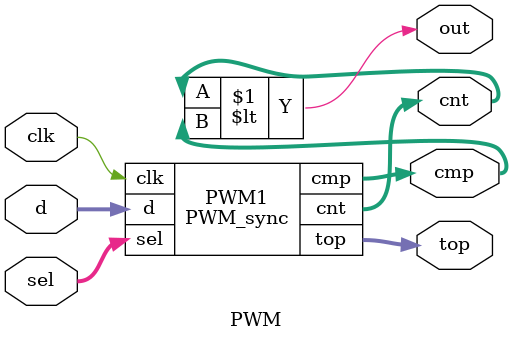
<source format=sv>
module PWM_sync(input clk, input [15:0]d, input [1:0] sel,
           output [15:0] cnt,cmp,top);
  always_ff @ (posedge clk ) begin
	  if (sel == 1)
		cmp <= d;
	  
	  if (sel == 2)
		top <= d;
		
	  if (sel == 3)
	    cnt <= d;
	  else if (cnt >= top)
	    cnt <= 0;
	  else 
	    cnt <= cnt + 1;
    end
endmodule

module PWM(input clk, input [15:0]d, input [1:0] sel,
           output [15:0] cnt,cmp,top, output out);
  PWM_sync PWM1(clk,d,sel,cnt,cmp,top);
  assign out = cnt < cmp;
endmodule
</source>
